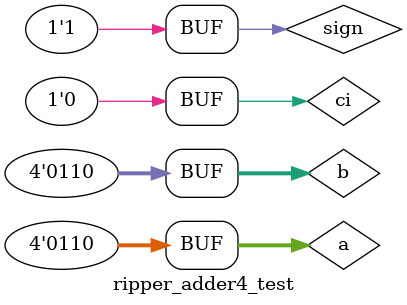
<source format=v>
`timescale 1ns / 1ps

module ripper_adder4_test();
    reg [3:0]a,b;
    reg ci,sign;

    wire [3:0]s;
    wire co,overflow;

    initial begin
        a=4'b0010;b=4'b0011;ci=0;sign=0;
        #5; a=4'b0101;b=4'b1011;ci=1;sign=1;
        #5; a=4'b0110;b=4'b0110;ci=0;sign=1;
    end

    ripper_adder4_design  ripper_adder4_design_inst (
        .a(a),
        .b(b),
        .ci(ci),
        .sign(sign),
        .s(s),
        .co(co),
        .overflow(overflow)
    );
endmodule

</source>
